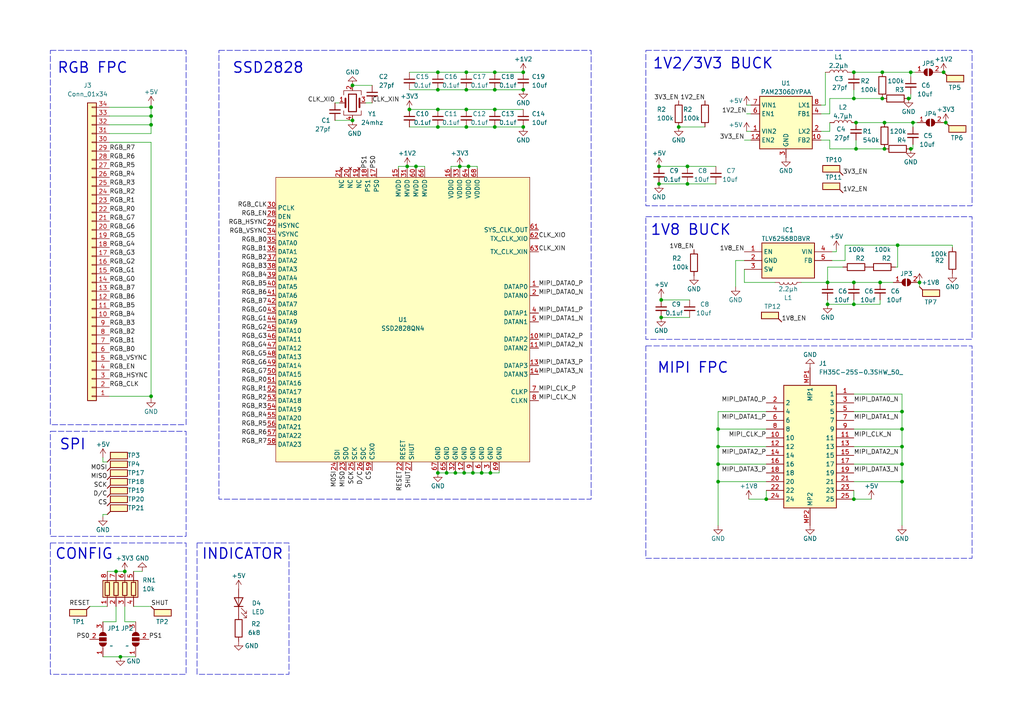
<source format=kicad_sch>
(kicad_sch (version 20230121) (generator eeschema)
  (paper "A4")
  (lib_symbols
    (symbol "+5V_1" (power) (pin_names (offset 0))
      (property "Value" "+5V_1" (at 0 3.556 0))
      (symbol "+5V_1_1_1"
        (pin power_in line (at 0 0 90) (length 0) hide (name "+5V") (number "1"))
      )
    )
    (symbol "Connector:TestPoint_Flag" (pin_numbers hide) (pin_names (offset 0.762) hide)
      (property "Reference" "TP" (at 3.429 1.778 0))
      (property "Value" "TestPoint_Flag" (at 3.302 4.191 0))
      (symbol "TestPoint_Flag_1_1"
        (pin passive line (at 0 0 90) (length 0) (name "1") (number "1"))
      )
    )
    (symbol "Connector_Generic:Conn_01x34" (pin_names (offset 1.016) hide)
      (property "Reference" "J" (at 0 43.18 0))
      (property "Value" "Conn_01x34" (at 0 -45.72 0))
      (symbol "Conn_01x34_1_1"
        (pin passive line (at -5.08 40.64 0) (length 3.81) (name "Pin_1") (number "1"))
        (pin passive line (at -5.08 17.78 0) (length 3.81) (name "Pin_10") (number "10"))
        (pin passive line (at -5.08 15.24 0) (length 3.81) (name "Pin_11") (number "11"))
        (pin passive line (at -5.08 12.7 0) (length 3.81) (name "Pin_12") (number "12"))
        (pin passive line (at -5.08 10.16 0) (length 3.81) (name "Pin_13") (number "13"))
        (pin passive line (at -5.08 7.62 0) (length 3.81) (name "Pin_14") (number "14"))
        (pin passive line (at -5.08 5.08 0) (length 3.81) (name "Pin_15") (number "15"))
        (pin passive line (at -5.08 2.54 0) (length 3.81) (name "Pin_16") (number "16"))
        (pin passive line (at -5.08 0 0) (length 3.81) (name "Pin_17") (number "17"))
        (pin passive line (at -5.08 -2.54 0) (length 3.81) (name "Pin_18") (number "18"))
        (pin passive line (at -5.08 -5.08 0) (length 3.81) (name "Pin_19") (number "19"))
        (pin passive line (at -5.08 38.1 0) (length 3.81) (name "Pin_2") (number "2"))
        (pin passive line (at -5.08 -7.62 0) (length 3.81) (name "Pin_20") (number "20"))
        (pin passive line (at -5.08 -10.16 0) (length 3.81) (name "Pin_21") (number "21"))
        (pin passive line (at -5.08 -12.7 0) (length 3.81) (name "Pin_22") (number "22"))
        (pin passive line (at -5.08 -15.24 0) (length 3.81) (name "Pin_23") (number "23"))
        (pin passive line (at -5.08 -17.78 0) (length 3.81) (name "Pin_24") (number "24"))
        (pin passive line (at -5.08 -20.32 0) (length 3.81) (name "Pin_25") (number "25"))
        (pin passive line (at -5.08 -22.86 0) (length 3.81) (name "Pin_26") (number "26"))
        (pin passive line (at -5.08 -25.4 0) (length 3.81) (name "Pin_27") (number "27"))
        (pin passive line (at -5.08 -27.94 0) (length 3.81) (name "Pin_28") (number "28"))
        (pin passive line (at -5.08 -30.48 0) (length 3.81) (name "Pin_29") (number "29"))
        (pin passive line (at -5.08 35.56 0) (length 3.81) (name "Pin_3") (number "3"))
        (pin passive line (at -5.08 -33.02 0) (length 3.81) (name "Pin_30") (number "30"))
        (pin passive line (at -5.08 -35.56 0) (length 3.81) (name "Pin_31") (number "31"))
        (pin passive line (at -5.08 -38.1 0) (length 3.81) (name "Pin_32") (number "32"))
        (pin passive line (at -5.08 -40.64 0) (length 3.81) (name "Pin_33") (number "33"))
        (pin passive line (at -5.08 -43.18 0) (length 3.81) (name "Pin_34") (number "34"))
        (pin passive line (at -5.08 33.02 0) (length 3.81) (name "Pin_4") (number "4"))
        (pin passive line (at -5.08 30.48 0) (length 3.81) (name "Pin_5") (number "5"))
        (pin passive line (at -5.08 27.94 0) (length 3.81) (name "Pin_6") (number "6"))
        (pin passive line (at -5.08 25.4 0) (length 3.81) (name "Pin_7") (number "7"))
        (pin passive line (at -5.08 22.86 0) (length 3.81) (name "Pin_8") (number "8"))
        (pin passive line (at -5.08 20.32 0) (length 3.81) (name "Pin_9") (number "9"))
      )
    )
    (symbol "Device:C_Small" (pin_numbers hide) (pin_names (offset 0.254) hide)
      (property "Reference" "C" (at 0.254 1.778 0))
      (property "Value" "C_Small" (at 0.254 -2.032 0))
      (symbol "C_Small_1_1"
        (pin passive line (at 0 2.54 270) (length 2.032) (name "~") (number "1"))
        (pin passive line (at 0 -2.54 90) (length 2.032) (name "~") (number "2"))
      )
    )
    (symbol "Device:Crystal_GND24" (pin_names (offset 1.016) hide)
      (property "Reference" "Y" (at 3.175 5.08 0))
      (property "Value" "Crystal_GND24" (at 3.175 3.175 0))
      (symbol "Crystal_GND24_1_1"
        (pin passive line (at -3.81 0 0) (length 1.27) (name "1") (number "1"))
        (pin passive line (at 0 5.08 270) (length 1.27) (name "2") (number "2"))
        (pin passive line (at 3.81 0 180) (length 1.27) (name "3") (number "3"))
        (pin passive line (at 0 -5.08 90) (length 1.27) (name "4") (number "4"))
      )
    )
    (symbol "Device:L" (pin_numbers hide) (pin_names (offset 1.016) hide)
      (property "Reference" "L" (at -1.27 0 90))
      (property "Value" "L" (at 1.905 0 90))
      (symbol "L_1_1"
        (pin passive line (at 0 3.81 270) (length 1.27) (name "1") (number "1"))
        (pin passive line (at 0 -3.81 90) (length 1.27) (name "2") (number "2"))
      )
    )
    (symbol "Device:LED" (pin_numbers hide) (pin_names (offset 1.016) hide)
      (property "Reference" "D" (at 0 2.54 0))
      (property "Value" "LED" (at 0 -2.54 0))
      (symbol "LED_1_1"
        (pin passive line (at -3.81 0 0) (length 2.54) (name "K") (number "1"))
        (pin passive line (at 3.81 0 180) (length 2.54) (name "A") (number "2"))
      )
    )
    (symbol "Device:R" (pin_numbers hide) (pin_names (offset 0))
      (property "Reference" "R" (at 2.032 0 90))
      (property "Value" "R" (at 0 0 90))
      (symbol "R_1_1"
        (pin passive line (at 0 3.81 270) (length 1.27) (name "~") (number "1"))
        (pin passive line (at 0 -3.81 90) (length 1.27) (name "~") (number "2"))
      )
    )
    (symbol "Device:R_Pack04" (pin_names (offset 0) hide)
      (property "Reference" "RN" (at -7.62 0 90))
      (property "Value" "R_Pack04" (at 5.08 0 90))
      (symbol "R_Pack04_1_1"
        (pin passive line (at -5.08 -5.08 90) (length 2.54) (name "R1.1") (number "1"))
        (pin passive line (at -2.54 -5.08 90) (length 2.54) (name "R2.1") (number "2"))
        (pin passive line (at 0 -5.08 90) (length 2.54) (name "R3.1") (number "3"))
        (pin passive line (at 2.54 -5.08 90) (length 2.54) (name "R4.1") (number "4"))
        (pin passive line (at 2.54 5.08 270) (length 2.54) (name "R4.2") (number "5"))
        (pin passive line (at 0 5.08 270) (length 2.54) (name "R3.2") (number "6"))
        (pin passive line (at -2.54 5.08 270) (length 2.54) (name "R2.2") (number "7"))
        (pin passive line (at -5.08 5.08 270) (length 2.54) (name "R1.2") (number "8"))
      )
    )
    (symbol "GND_1" (power) (pin_names (offset 0))
      (property "Value" "GND_1" (at 0 -3.81 0))
      (symbol "GND_1_1_1"
        (pin power_in line (at 0 0 270) (length 0) hide (name "GND") (number "1"))
      )
    )
    (symbol "GND_2" (power) (pin_names (offset 0))
      (property "Value" "GND_2" (at 0 -3.81 0))
      (symbol "GND_2_1_1"
        (pin power_in line (at 0 0 270) (length 0) hide (name "GND") (number "1"))
      )
    )
    (symbol "GND_3" (power) (pin_names (offset 0))
      (property "Value" "GND_3" (at 0 -3.81 0))
      (symbol "GND_3_1_1"
        (pin power_in line (at 0 0 270) (length 0) hide (name "GND") (number "1"))
      )
    )
    (symbol "Jumper:SolderJumper_2_Open" (pin_names (offset 0) hide)
      (property "Reference" "JP" (at 0 2.032 0))
      (property "Value" "SolderJumper_2_Open" (at 0 -2.54 0))
      (symbol "SolderJumper_2_Open_1_1"
        (pin passive line (at -3.81 0 0) (length 2.54) (name "A") (number "1"))
        (pin passive line (at 3.81 0 180) (length 2.54) (name "B") (number "2"))
      )
    )
    (symbol "Jumper:SolderJumper_3_Open" (pin_names (offset 0) hide)
      (property "Reference" "JP" (at -2.54 -2.54 0))
      (property "Value" "SolderJumper_3_Open" (at 0 2.794 0))
      (symbol "SolderJumper_3_Open_1_1"
        (pin passive line (at -5.08 0 0) (length 2.54) (name "A") (number "1"))
        (pin passive line (at 0 -3.81 90) (length 2.54) (name "C") (number "2"))
        (pin passive line (at 5.08 0 180) (length 2.54) (name "B") (number "3"))
      )
    )
    (symbol "Regulator_Switching:PAM2306DYPAA"
      (property "Reference" "U" (at 0 11.43 0))
      (property "Value" "PAM2306DYPAA" (at 0 8.89 0))
      (symbol "PAM2306DYPAA_1_1"
        (pin power_in line (at -10.16 -2.54 0) (length 2.54) (name "VIN2") (number "1"))
        (pin input line (at 10.16 -5.08 180) (length 2.54) (name "FB2") (number "10"))
        (pin no_connect line (at 7.62 0 180) (length 2.54) hide (name "NC2") (number "11"))
        (pin input line (at -10.16 -5.08 0) (length 2.54) (name "EN2") (number "12"))
        (pin passive line (at 0 -10.16 90) (length 2.54) hide (name "GND") (number "13"))
        (pin output line (at 10.16 -2.54 180) (length 2.54) (name "LX2") (number "2"))
        (pin power_in line (at 0 -10.16 90) (length 2.54) (name "GND") (number "3"))
        (pin input line (at 10.16 2.54 180) (length 2.54) (name "FB1") (number "4"))
        (pin no_connect line (at -7.62 0 0) (length 2.54) hide (name "NC1") (number "5"))
        (pin input line (at -10.16 2.54 0) (length 2.54) (name "EN1") (number "6"))
        (pin power_in line (at -10.16 5.08 0) (length 2.54) (name "VIN1") (number "7"))
        (pin output line (at 10.16 5.08 180) (length 2.54) (name "LX1") (number "8"))
        (pin passive line (at 0 -10.16 90) (length 2.54) hide (name "GND") (number "9"))
      )
    )
    (symbol "SamacSys_Parts:FH35C-25S-0.3SHW_50_"
      (property "Reference" "J" (at 41.91 12.7 0))
      (property "Value" "FH35C-25S-0.3SHW_50_" (at 41.91 10.16 0))
      (symbol "FH35C-25S-0.3SHW_50__1_1"
        (pin passive line (at 38.1 -12.7 90) (length 5.08) (name "1") (number "1"))
        (pin passive line (at 25.4 12.7 270) (length 5.08) (name "10") (number "10"))
        (pin passive line (at 25.4 -12.7 90) (length 5.08) (name "11") (number "11"))
        (pin passive line (at 22.86 12.7 270) (length 5.08) (name "12") (number "12"))
        (pin passive line (at 22.86 -12.7 90) (length 5.08) (name "13") (number "13"))
        (pin passive line (at 20.32 12.7 270) (length 5.08) (name "14") (number "14"))
        (pin passive line (at 20.32 -12.7 90) (length 5.08) (name "15") (number "15"))
        (pin passive line (at 17.78 12.7 270) (length 5.08) (name "16") (number "16"))
        (pin passive line (at 17.78 -12.7 90) (length 5.08) (name "17") (number "17"))
        (pin passive line (at 15.24 12.7 270) (length 5.08) (name "18") (number "18"))
        (pin passive line (at 15.24 -12.7 90) (length 5.08) (name "19") (number "19"))
        (pin passive line (at 35.56 12.7 270) (length 5.08) (name "2") (number "2"))
        (pin passive line (at 12.7 12.7 270) (length 5.08) (name "20") (number "20"))
        (pin passive line (at 12.7 -12.7 90) (length 5.08) (name "21") (number "21"))
        (pin passive line (at 10.16 12.7 270) (length 5.08) (name "22") (number "22"))
        (pin passive line (at 10.16 -12.7 90) (length 5.08) (name "23") (number "23"))
        (pin passive line (at 7.62 12.7 270) (length 5.08) (name "24") (number "24"))
        (pin passive line (at 7.62 -12.7 90) (length 5.08) (name "25") (number "25"))
        (pin passive line (at 35.56 -12.7 90) (length 5.08) (name "3") (number "3"))
        (pin passive line (at 33.02 12.7 270) (length 5.08) (name "4") (number "4"))
        (pin passive line (at 33.02 -12.7 90) (length 5.08) (name "5") (number "5"))
        (pin passive line (at 30.48 12.7 270) (length 5.08) (name "6") (number "6"))
        (pin passive line (at 30.48 -12.7 90) (length 5.08) (name "7") (number "7"))
        (pin passive line (at 27.94 12.7 270) (length 5.08) (name "8") (number "8"))
        (pin passive line (at 27.94 -12.7 90) (length 5.08) (name "9") (number "9"))
        (pin passive line (at 45.72 0 180) (length 5.08) (name "MP1") (number "MP1"))
        (pin passive line (at 0 0 0) (length 5.08) (name "MP2") (number "MP2"))
      )
    )
    (symbol "SamacSys_Parts:TLV62568DBVR"
      (property "Reference" "IC" (at 21.59 7.62 0))
      (property "Value" "TLV62568DBVR" (at 21.59 5.08 0))
      (symbol "TLV62568DBVR_1_1"
        (pin passive line (at 0 0 0) (length 5.08) (name "EN") (number "1"))
        (pin passive line (at 0 -2.54 0) (length 5.08) (name "GND") (number "2"))
        (pin passive line (at 0 -5.08 0) (length 5.08) (name "SW") (number "3"))
        (pin passive line (at 25.4 0 180) (length 5.08) (name "VIN") (number "4"))
        (pin passive line (at 25.4 -2.54 180) (length 5.08) (name "FB") (number "5"))
      )
    )
    (symbol "power:+1V2" (power) (pin_names (offset 0))
      (property "Value" "+1V2" (at 0 3.556 0))
      (symbol "+1V2_1_1"
        (pin power_in line (at 0 0 90) (length 0) hide (name "+1V2") (number "1"))
      )
    )
    (symbol "power:+1V8" (power) (pin_names (offset 0))
      (property "Value" "+1V8" (at 0 3.556 0))
      (symbol "+1V8_1_1"
        (pin power_in line (at 0 0 90) (length 0) hide (name "+1V8") (number "1"))
      )
    )
    (symbol "power:+3V3" (power) (pin_names (offset 0))
      (property "Value" "+3V3" (at 0 3.556 0))
      (symbol "+3V3_1_1"
        (pin power_in line (at 0 0 90) (length 0) hide (name "+3V3") (number "1"))
      )
    )
    (symbol "power:+5V" (power) (pin_names (offset 0))
      (property "Value" "+5V" (at 0 3.556 0))
      (symbol "+5V_1_1"
        (pin power_in line (at 0 0 90) (length 0) hide (name "+5V") (number "1"))
      )
    )
    (symbol "ssd2828:SSD2828QN4"
      (property "Reference" "U" (at 1.27 3.81 0))
      (property "Value" "SSD2828QN4" (at 1.27 1.27 0))
      (symbol "SSD2828QN4_1_1"
        (pin output line (at 39.37 10.16 180) (length 2.54) (name "DATAP0") (number "1"))
        (pin output line (at 39.37 -5.08 180) (length 2.54) (name "DATAP2") (number "10"))
        (pin output line (at 39.37 -7.62 180) (length 2.54) (name "DATAN2") (number "11"))
        (pin output line (at 17.78 -43.18 90) (length 2.54) (name "GND") (number "12"))
        (pin output line (at 39.37 -12.7 180) (length 2.54) (name "DATAP3") (number "13"))
        (pin output line (at 39.37 -15.24 180) (length 2.54) (name "DATAN3") (number "14"))
        (pin output line (at -1.27 44.45 270) (length 2.54) (name "MVDD") (number "15"))
        (pin output line (at 13.97 44.45 270) (length 2.54) (name "VDDIO") (number "16"))
        (pin output line (at -7.62 44.45 270) (length 2.54) (name "PS0") (number "17"))
        (pin output line (at -10.16 44.45 270) (length 2.54) (name "PS1") (number "18"))
        (pin no_connect line (at -12.7 44.45 270) (length 2.54) (name "NC") (number "19"))
        (pin output line (at 39.37 7.62 180) (length 2.54) (name "DATAN0") (number "2"))
        (pin no_connect line (at -15.24 44.45 270) (length 2.54) (name "NC") (number "20"))
        (pin no_connect line (at -17.78 44.45 270) (length 2.54) (name "NC") (number "21"))
        (pin output line (at 0 -43.18 90) (length 2.54) (name "RESET") (number "22"))
        (pin output line (at -16.51 -43.18 90) (length 2.54) (name "SDO") (number "23"))
        (pin output line (at -19.05 -43.18 90) (length 2.54) (name "SDI") (number "24"))
        (pin output line (at -13.97 -43.18 90) (length 2.54) (name "SCK") (number "25"))
        (pin output line (at -11.43 -43.18 90) (length 2.54) (name "SDC") (number "26"))
        (pin output line (at 2.54 -43.18 90) (length 2.54) (name "SHUT") (number "27"))
        (pin input line (at -39.37 30.48 0) (length 2.54) (name "DEN") (number "28"))
        (pin input line (at -39.37 27.94 0) (length 2.54) (name "HSYNC") (number "29"))
        (pin output line (at 25.4 -43.18 90) (length 2.54) (name "GND") (number "3"))
        (pin input line (at -39.37 33.02 0) (length 2.54) (name "PCLK") (number "30"))
        (pin output line (at 1.27 44.45 270) (length 2.54) (name "MVDD") (number "31"))
        (pin output line (at 15.24 -43.18 90) (length 2.54) (name "GND") (number "32"))
        (pin output line (at 16.51 44.45 270) (length 2.54) (name "VDDIO") (number "33"))
        (pin input line (at -39.37 25.4 0) (length 2.54) (name "VSYNC") (number "34"))
        (pin input line (at -39.37 22.86 0) (length 2.54) (name "DATA0") (number "35"))
        (pin input line (at -39.37 20.32 0) (length 2.54) (name "DATA1") (number "36"))
        (pin input line (at -39.37 17.78 0) (length 2.54) (name "DATA2") (number "37"))
        (pin input line (at -39.37 15.24 0) (length 2.54) (name "DATA3") (number "38"))
        (pin input line (at -39.37 12.7 0) (length 2.54) (name "DATA4") (number "39"))
        (pin output line (at 39.37 2.54 180) (length 2.54) (name "DATAP1") (number "4"))
        (pin input line (at -39.37 10.16 0) (length 2.54) (name "DATA5") (number "40"))
        (pin input line (at -39.37 7.62 0) (length 2.54) (name "DATA6") (number "41"))
        (pin input line (at -39.37 5.08 0) (length 2.54) (name "DATA7") (number "42"))
        (pin input line (at -39.37 2.54 0) (length 2.54) (name "DATA8") (number "43"))
        (pin input line (at -39.37 0 0) (length 2.54) (name "DATA9") (number "44"))
        (pin input line (at -39.37 -2.54 0) (length 2.54) (name "DATA10") (number "45"))
        (pin input line (at -39.37 -5.08 0) (length 2.54) (name "DATA11") (number "46"))
        (pin input line (at -39.37 -7.62 0) (length 2.54) (name "DATA12") (number "47"))
        (pin input line (at -39.37 -10.16 0) (length 2.54) (name "DATA13") (number "48"))
        (pin input line (at -39.37 -12.7 0) (length 2.54) (name "DATA14") (number "49"))
        (pin output line (at 39.37 0 180) (length 2.54) (name "DATAN1") (number "5"))
        (pin input line (at -39.37 -15.24 0) (length 2.54) (name "DATA15") (number "50"))
        (pin input line (at -39.37 -17.78 0) (length 2.54) (name "DATA16") (number "51"))
        (pin input line (at -39.37 -20.32 0) (length 2.54) (name "DATA17") (number "52"))
        (pin input line (at -39.37 -22.86 0) (length 2.54) (name "DATA18") (number "53"))
        (pin input line (at -39.37 -25.4 0) (length 2.54) (name "DATA19") (number "54"))
        (pin input line (at -39.37 -27.94 0) (length 2.54) (name "DATA20") (number "55"))
        (pin input line (at -39.37 -30.48 0) (length 2.54) (name "DATA21") (number "56"))
        (pin input line (at -39.37 -33.02 0) (length 2.54) (name "DATA22") (number "57"))
        (pin input line (at -39.37 -35.56 0) (length 2.54) (name "DATA23") (number "58"))
        (pin output line (at -8.89 -43.18 90) (length 2.54) (name "CSX0") (number "59"))
        (pin output line (at 22.86 -43.18 90) (length 2.54) (name "GND") (number "6"))
        (pin output line (at 3.81 44.45 270) (length 2.54) (name "MVDD") (number "60"))
        (pin output line (at 39.37 26.67 180) (length 2.54) (name "SYS_CLK_OUT") (number "61"))
        (pin output line (at 39.37 24.13 180) (length 2.54) (name "TX_CLK_XIO") (number "62"))
        (pin output line (at 39.37 20.32 180) (length 2.54) (name "TX_CLK_XIN") (number "63"))
        (pin output line (at 19.05 44.45 270) (length 2.54) (name "VDDIO") (number "64"))
        (pin output line (at 12.7 -43.18 90) (length 2.54) (name "GND") (number "65"))
        (pin output line (at 6.35 44.45 270) (length 2.54) (name "MVDD") (number "66"))
        (pin output line (at 10.16 -43.18 90) (length 2.54) (name "GND") (number "67"))
        (pin output line (at 21.59 44.45 270) (length 2.54) (name "VDDIO") (number "68"))
        (pin output line (at 27.94 -43.18 90) (length 2.54) (name "GND") (number "69"))
        (pin output line (at 39.37 -20.32 180) (length 2.54) (name "CLKP") (number "7"))
        (pin output line (at 39.37 -22.86 180) (length 2.54) (name "CLKN") (number "8"))
        (pin output line (at 20.32 -43.18 90) (length 2.54) (name "GND") (number "9"))
      )
    )
  )
  (junction (at 102.235 24.765))
  (junction (at 135.89 48.26))
  (junction (at 143.51 36.83))
  (junction (at 248.285 43.18))
  (junction (at 143.51 20.955))
  (junction (at 102.235 34.925))
  (junction (at 261.62 124.46))
  (junction (at 255.905 20.955))
  (junction (at 135.255 36.83))
  (junction (at 151.765 36.83))
  (junction (at 199.39 48.26))
  (junction (at 151.765 20.955))
  (junction (at 36.195 165.735))
  (junction (at 240.03 81.915))
  (junction (at 134.62 137.16))
  (junction (at 132.08 137.16))
  (junction (at 43.815 31.115))
  (junction (at 196.85 36.83))
  (junction (at 264.795 35.56))
  (junction (at 191.135 48.26))
  (junction (at 133.35 48.26))
  (junction (at 127 36.83))
  (junction (at 222.25 144.78))
  (junction (at 118.745 31.75))
  (junction (at 255.27 81.915))
  (junction (at 247.65 81.915))
  (junction (at 240.03 88.265))
  (junction (at 266.7 81.915))
  (junction (at 248.285 35.56))
  (junction (at 43.815 114.935))
  (junction (at 264.16 20.955))
  (junction (at 191.77 86.995))
  (junction (at 143.51 31.75))
  (junction (at 274.32 35.56))
  (junction (at 255.905 28.575))
  (junction (at 127 137.16))
  (junction (at 43.815 36.195))
  (junction (at 127 31.75))
  (junction (at 256.54 43.18))
  (junction (at 261.62 119.38))
  (junction (at 191.77 92.075))
  (junction (at 135.255 26.035))
  (junction (at 135.255 20.955))
  (junction (at 261.62 129.54))
  (junction (at 260.35 71.12))
  (junction (at 264.16 43.18))
  (junction (at 208.28 134.62))
  (junction (at 129.54 137.16))
  (junction (at 139.7 137.16))
  (junction (at 208.28 139.7))
  (junction (at 273.685 20.955))
  (junction (at 247.65 20.955))
  (junction (at 118.11 48.26))
  (junction (at 43.815 33.655))
  (junction (at 127 26.035))
  (junction (at 199.39 53.34))
  (junction (at 247.65 144.78))
  (junction (at 135.255 31.75))
  (junction (at 263.525 28.575))
  (junction (at 142.24 137.16))
  (junction (at 143.51 26.035))
  (junction (at 247.65 88.265))
  (junction (at 208.28 124.46))
  (junction (at 120.65 48.26))
  (junction (at 151.765 26.035))
  (junction (at 256.54 35.56))
  (junction (at 247.65 28.575))
  (junction (at 261.62 134.62))
  (junction (at 261.62 139.7))
  (junction (at 191.135 53.34))
  (junction (at 34.925 190.5))
  (junction (at 33.655 165.735))
  (junction (at 208.28 129.54))
  (junction (at 127 20.955))
  (junction (at 137.16 137.16))
  (wire (pts (xy 143.51 36.83) (xy 151.765 36.83)))
  (wire (pts (xy 135.255 31.75) (xy 127 31.75)))
  (wire (pts (xy 247.65 26.035) (xy 247.65 28.575)))
  (wire (pts (xy 130.81 48.26) (xy 133.35 48.26)))
  (wire (pts (xy 133.35 48.26) (xy 135.89 48.26)))
  (wire (pts (xy 26.035 175.895) (xy 31.115 175.895)))
  (wire (pts (xy 242.57 73.025) (xy 241.3 73.025)))
  (wire (pts (xy 142.24 136.525) (xy 142.24 137.16)))
  (wire (pts (xy 248.285 43.18) (xy 256.54 43.18)))
  (wire (pts (xy 208.28 124.46) (xy 222.25 124.46)))
  (wire (pts (xy 118.745 26.035) (xy 127 26.035)))
  (wire (pts (xy 266.7 83.185) (xy 266.7 81.915)))
  (wire (pts (xy 135.89 48.26) (xy 138.43 48.26)))
  (wire (pts (xy 139.7 136.525) (xy 139.7 137.16)))
  (wire (pts (xy 29.845 149.225) (xy 29.845 149.86)))
  (wire (pts (xy 123.19 48.26) (xy 123.19 48.895)))
  (wire (pts (xy 38.735 175.895) (xy 43.815 175.895)))
  (wire (pts (xy 213.36 75.565) (xy 213.36 83.185)))
  (wire (pts (xy 255.27 81.915) (xy 259.08 81.915)))
  (wire (pts (xy 135.255 26.035) (xy 143.51 26.035)))
  (wire (pts (xy 216.535 30.48) (xy 217.805 30.48)))
  (wire (pts (xy 196.85 36.83) (xy 204.47 36.83)))
  (wire (pts (xy 248.285 40.64) (xy 248.285 43.18)))
  (wire (pts (xy 138.43 48.26) (xy 138.43 48.895)))
  (wire (pts (xy 135.89 48.26) (xy 135.89 48.895)))
  (wire (pts (xy 255.905 20.955) (xy 264.16 20.955)))
  (wire (pts (xy 36.195 180.34) (xy 36.195 175.895)))
  (wire (pts (xy 247.65 134.62) (xy 261.62 134.62)))
  (wire (pts (xy 41.275 165.735) (xy 38.735 165.735)))
  (wire (pts (xy 143.51 26.035) (xy 151.765 26.035)))
  (wire (pts (xy 216.535 33.02) (xy 217.805 33.02)))
  (wire (pts (xy 247.015 20.955) (xy 247.65 20.955)))
  (wire (pts (xy 240.03 81.915) (xy 247.65 81.915)))
  (wire (pts (xy 247.65 124.46) (xy 261.62 124.46)))
  (wire (pts (xy 261.62 134.62) (xy 261.62 139.7)))
  (wire (pts (xy 31.115 165.735) (xy 33.655 165.735)))
  (wire (pts (xy 199.39 53.34) (xy 207.645 53.34)))
  (wire (pts (xy 208.28 129.54) (xy 222.25 129.54)))
  (wire (pts (xy 31.75 36.195) (xy 43.815 36.195)))
  (wire (pts (xy 264.795 41.91) (xy 264.795 43.18)))
  (wire (pts (xy 222.25 119.38) (xy 208.28 119.38)))
  (wire (pts (xy 43.815 114.935) (xy 43.815 115.57)))
  (wire (pts (xy 247.65 28.575) (xy 255.905 28.575)))
  (wire (pts (xy 151.765 20.955) (xy 143.51 20.955)))
  (wire (pts (xy 240.665 33.02) (xy 240.665 28.575)))
  (wire (pts (xy 247.65 119.38) (xy 261.62 119.38)))
  (wire (pts (xy 261.62 119.38) (xy 261.62 124.46)))
  (wire (pts (xy 133.35 48.26) (xy 133.35 48.895)))
  (wire (pts (xy 33.655 165.735) (xy 36.195 165.735)))
  (wire (pts (xy 247.65 88.265) (xy 240.03 88.265)))
  (wire (pts (xy 199.39 48.26) (xy 207.645 48.26)))
  (wire (pts (xy 29.845 133.985) (xy 31.115 133.985)))
  (wire (pts (xy 97.155 29.845) (xy 98.425 29.845)))
  (wire (pts (xy 127 36.83) (xy 135.255 36.83)))
  (wire (pts (xy 242.57 72.39) (xy 242.57 73.025)))
  (wire (pts (xy 31.75 114.935) (xy 43.815 114.935)))
  (wire (pts (xy 238.125 38.1) (xy 240.665 38.1)))
  (wire (pts (xy 247.65 139.7) (xy 261.62 139.7)))
  (wire (pts (xy 273.685 35.56) (xy 274.32 35.56)))
  (wire (pts (xy 191.135 53.34) (xy 199.39 53.34)))
  (wire (pts (xy 240.665 38.1) (xy 240.665 35.56)))
  (wire (pts (xy 132.08 137.16) (xy 129.54 137.16)))
  (wire (pts (xy 127 26.035) (xy 135.255 26.035)))
  (wire (pts (xy 244.475 77.47) (xy 240.03 77.47)))
  (wire (pts (xy 248.285 35.56) (xy 256.54 35.56)))
  (wire (pts (xy 222.25 142.24) (xy 222.25 144.78)))
  (wire (pts (xy 276.225 71.12) (xy 276.225 71.755)))
  (wire (pts (xy 127 136.525) (xy 127 137.16)))
  (wire (pts (xy 134.62 136.525) (xy 134.62 137.16)))
  (wire (pts (xy 240.03 77.47) (xy 240.03 81.915)))
  (wire (pts (xy 264.795 36.83) (xy 264.795 35.56)))
  (wire (pts (xy 127 31.75) (xy 118.745 31.75)))
  (wire (pts (xy 191.77 92.075) (xy 200.025 92.075)))
  (wire (pts (xy 245.11 75.565) (xy 241.3 75.565)))
  (wire (pts (xy 240.665 43.18) (xy 248.285 43.18)))
  (wire (pts (xy 120.65 48.26) (xy 120.65 48.895)))
  (wire (pts (xy 129.54 136.525) (xy 129.54 137.16)))
  (wire (pts (xy 217.805 38.1) (xy 216.535 38.1)))
  (wire (pts (xy 261.62 139.7) (xy 261.62 152.4)))
  (wire (pts (xy 217.805 40.64) (xy 215.9 40.64)))
  (wire (pts (xy 239.395 30.48) (xy 238.125 30.48)))
  (wire (pts (xy 31.75 38.735) (xy 43.815 38.735)))
  (wire (pts (xy 43.815 31.115) (xy 43.815 30.48)))
  (wire (pts (xy 29.845 132.715) (xy 29.845 133.985)))
  (wire (pts (xy 106.045 29.845) (xy 107.95 29.845)))
  (wire (pts (xy 215.9 81.915) (xy 224.79 81.915)))
  (wire (pts (xy 260.35 71.12) (xy 276.225 71.12)))
  (wire (pts (xy 43.815 38.735) (xy 43.815 36.195)))
  (wire (pts (xy 247.65 81.915) (xy 255.27 81.915)))
  (wire (pts (xy 273.05 20.955) (xy 273.685 20.955)))
  (wire (pts (xy 43.815 33.655) (xy 43.815 31.115)))
  (wire (pts (xy 130.81 48.895) (xy 130.81 48.26)))
  (wire (pts (xy 39.37 180.34) (xy 36.195 180.34)))
  (wire (pts (xy 31.75 31.115) (xy 43.815 31.115)))
  (wire (pts (xy 232.41 81.915) (xy 240.03 81.915)))
  (wire (pts (xy 247.65 142.24) (xy 247.65 144.78)))
  (wire (pts (xy 29.845 180.34) (xy 33.655 180.34)))
  (wire (pts (xy 191.77 86.995) (xy 200.025 86.995)))
  (wire (pts (xy 135.255 36.83) (xy 143.51 36.83)))
  (wire (pts (xy 43.815 41.275) (xy 43.815 114.935)))
  (wire (pts (xy 247.65 129.54) (xy 261.62 129.54)))
  (wire (pts (xy 134.62 137.16) (xy 132.08 137.16)))
  (wire (pts (xy 129.54 137.16) (xy 127 137.16)))
  (wire (pts (xy 245.11 71.12) (xy 245.11 75.565)))
  (wire (pts (xy 118.745 36.83) (xy 127 36.83)))
  (wire (pts (xy 217.17 144.78) (xy 222.25 144.78)))
  (wire (pts (xy 31.75 33.655) (xy 43.815 33.655)))
  (wire (pts (xy 238.125 40.64) (xy 240.665 40.64)))
  (wire (pts (xy 240.665 40.64) (xy 240.665 43.18)))
  (wire (pts (xy 120.65 48.26) (xy 123.19 48.26)))
  (wire (pts (xy 239.395 20.955) (xy 239.395 30.48)))
  (wire (pts (xy 208.28 124.46) (xy 208.28 129.54)))
  (wire (pts (xy 137.16 136.525) (xy 137.16 137.16)))
  (wire (pts (xy 264.16 27.305) (xy 264.16 28.575)))
  (wire (pts (xy 115.57 48.26) (xy 118.11 48.26)))
  (wire (pts (xy 247.65 86.995) (xy 247.65 88.265)))
  (wire (pts (xy 247.65 20.955) (xy 255.905 20.955)))
  (wire (pts (xy 102.235 24.765) (xy 107.95 24.765)))
  (wire (pts (xy 260.35 71.12) (xy 245.11 71.12)))
  (wire (pts (xy 143.51 20.955) (xy 135.255 20.955)))
  (wire (pts (xy 256.54 35.56) (xy 264.795 35.56)))
  (wire (pts (xy 115.57 48.895) (xy 115.57 48.26)))
  (wire (pts (xy 208.28 119.38) (xy 208.28 124.46)))
  (wire (pts (xy 261.62 119.38) (xy 261.62 114.3)))
  (wire (pts (xy 240.665 28.575) (xy 247.65 28.575)))
  (wire (pts (xy 240.03 88.265) (xy 240.03 86.995)))
  (wire (pts (xy 31.75 41.275) (xy 43.815 41.275)))
  (wire (pts (xy 97.155 34.925) (xy 102.235 34.925)))
  (wire (pts (xy 31.115 149.225) (xy 29.845 149.225)))
  (wire (pts (xy 135.255 20.955) (xy 127 20.955)))
  (wire (pts (xy 264.16 28.575) (xy 263.525 28.575)))
  (wire (pts (xy 255.27 86.995) (xy 255.27 88.265)))
  (wire (pts (xy 264.16 20.955) (xy 265.43 20.955)))
  (wire (pts (xy 264.16 22.225) (xy 264.16 20.955)))
  (wire (pts (xy 215.9 75.565) (xy 213.36 75.565)))
  (wire (pts (xy 191.135 48.26) (xy 199.39 48.26)))
  (wire (pts (xy 43.815 36.195) (xy 43.815 33.655)))
  (wire (pts (xy 127 20.955) (xy 118.745 20.955)))
  (wire (pts (xy 208.28 129.54) (xy 208.28 134.62)))
  (wire (pts (xy 208.28 139.7) (xy 208.28 152.4)))
  (wire (pts (xy 29.845 190.5) (xy 34.925 190.5)))
  (wire (pts (xy 144.78 137.16) (xy 142.24 137.16)))
  (wire (pts (xy 208.28 139.7) (xy 222.25 139.7)))
  (wire (pts (xy 34.925 190.5) (xy 39.37 190.5)))
  (wire (pts (xy 208.28 134.62) (xy 222.25 134.62)))
  (wire (pts (xy 238.125 33.02) (xy 240.665 33.02)))
  (wire (pts (xy 191.77 86.36) (xy 191.77 86.995)))
  (wire (pts (xy 255.27 88.265) (xy 247.65 88.265)))
  (wire (pts (xy 118.11 48.26) (xy 120.65 48.26)))
  (wire (pts (xy 151.765 31.75) (xy 143.51 31.75)))
  (wire (pts (xy 143.51 31.75) (xy 135.255 31.75)))
  (wire (pts (xy 208.28 134.62) (xy 208.28 139.7)))
  (wire (pts (xy 261.62 124.46) (xy 261.62 129.54)))
  (wire (pts (xy 259.715 77.47) (xy 260.35 77.47)))
  (wire (pts (xy 261.62 134.62) (xy 261.62 129.54)))
  (wire (pts (xy 118.11 48.26) (xy 118.11 48.895)))
  (wire (pts (xy 215.9 78.105) (xy 215.9 81.915)))
  (wire (pts (xy 264.795 35.56) (xy 266.065 35.56)))
  (wire (pts (xy 33.655 180.34) (xy 33.655 175.895)))
  (wire (pts (xy 144.78 136.525) (xy 144.78 137.16)))
  (wire (pts (xy 139.7 137.16) (xy 137.16 137.16)))
  (wire (pts (xy 137.16 137.16) (xy 134.62 137.16)))
  (wire (pts (xy 132.08 136.525) (xy 132.08 137.16)))
  (wire (pts (xy 264.795 43.18) (xy 264.16 43.18)))
  (wire (pts (xy 261.62 114.3) (xy 247.65 114.3)))
  (wire (pts (xy 142.24 137.16) (xy 139.7 137.16)))
  (wire (pts (xy 260.35 71.12) (xy 260.35 77.47)))
  (wire (pts (xy 247.65 144.78) (xy 252.73 144.78)))
  (rectangle (start 57.15 157.48) (end 83.82 195.58) (stroke (width 0) (type dash)))
  (rectangle (start 63.5 14.605) (end 171.45 144.78) (stroke (width 0) (type dash)))
  (rectangle (start 187.325 100.33) (end 281.94 161.925) (stroke (width 0) (type dash)))
  (rectangle (start 14.605 125.095) (end 53.975 155.575) (stroke (width 0) (type dash)))
  (rectangle (start 187.325 14.605) (end 281.94 59.69) (stroke (width 0) (type dash)))
  (rectangle (start 187.325 62.865) (end 281.94 98.425) (stroke (width 0) (type dash)))
  (rectangle (start 14.605 157.48) (end 53.975 195.58) (stroke (width 0) (type dash)))
  (rectangle (start 14.605 14.605) (end 53.975 123.19) (stroke (width 0) (type dash)))
  (text "CONFIG" (at 15.875 162.56 0) (effects (font (size 3.048 3.048) (thickness 0.3556) bold) (justify left bottom)))
  (text "1V2/3V3 BUCK" (at 189.23 20.32 0) (effects (font (size 3.048 3.048) (thickness 0.3556) bold) (justify left bottom)))
  (text "SPI" (at 17.145 130.81 0) (effects (font (size 3.048 3.048) (thickness 0.3556) bold) (justify left bottom)))
  (text "MIPI FPC" (at 190.5 108.585 0) (effects (font (size 3.048 3.048) (thickness 0.3556) bold) (justify left bottom)))
  (text "SSD2828" (at 67.31 21.59 0) (effects (font (size 3.048 3.048) (thickness 0.3556) bold) (justify left bottom)))
  (text "1V8 BUCK" (at 188.595 68.58 0) (effects (font (size 3.048 3.048) (thickness 0.3556) bold) (justify left bottom)))
  (text "INDICATOR" (at 58.42 162.56 0) (effects (font (size 3.048 3.048) (thickness 0.3556) bold) (justify left bottom)))
  (text "RGB FPC" (at 16.51 21.59 0) (effects (font (size 3.048 3.048) (thickness 0.3556) bold) (justify left bottom)))
  (label "MIPI_DATA2_N" (at 247.65 132.08 0))
  (label "MIPI_DATA1_P" (at 222.25 121.92 180))
  (label "MIPI_DATA1_N" (at 247.65 121.92 0))
  (label "MIPI_DATA3_P" (at 222.25 137.16 180))
  (label "RGB_R3" (at 77.47 118.745 180))
  (label "CS" (at 107.95 136.525 270))
  (label "RGB_B5" (at 77.47 83.185 180))
  (label "CLK_XIN" (at 156.21 73.025 0))
  (label "RGB_R6" (at 77.47 126.365 180))
  (label "RGB_G3" (at 31.75 74.295 0))
  (label "RGB_G2" (at 31.75 76.835 0))
  (label "CS" (at 31.115 146.685 180))
  (label "1V2_EN" (at 204.47 29.21 180))
  (label "RGB_B7" (at 31.75 84.455 0))
  (label "CLK_XIO" (at 97.155 29.845 180))
  (label "RGB_R2" (at 31.75 56.515 0))
  (label "SCK" (at 31.115 141.605 180))
  (label "MOSI" (at 97.79 136.525 270))
  (label "MIPI_DATA0_N" (at 156.21 85.725 0))
  (label "SCK" (at 102.87 136.525 270))
  (label "RGB_R0" (at 77.47 111.125 180))
  (label "RGB_B3" (at 77.47 78.105 180))
  (label "PS1" (at 106.68 48.895 90))
  (label "RGB_R5" (at 31.75 48.895 0))
  (label "MIPI_CLK_N" (at 156.21 116.205 0))
  (label "RGB_R4" (at 77.47 121.285 180))
  (label "RGB_G7" (at 31.75 64.135 0))
  (label "RGB_G1" (at 31.75 79.375 0))
  (label "MIPI_CLK_P" (at 156.21 113.665 0))
  (label "RGB_CLK" (at 31.75 112.395 0))
  (label "RGB_G1" (at 77.47 93.345 180))
  (label "1V2_EN" (at 216.535 33.02 180))
  (label "RGB_VSYNC" (at 31.75 104.775 0))
  (label "MIPI_DATA0_P" (at 156.21 83.185 0))
  (label "RGB_B2" (at 77.47 75.565 180))
  (label "RGB_G3" (at 77.47 98.425 180))
  (label "RGB_G4" (at 31.75 71.755 0))
  (label "RGB_G2" (at 77.47 95.885 180))
  (label "RGB_B4" (at 31.75 92.075 0))
  (label "RGB_B0" (at 77.47 70.485 180))
  (label "RGB_R7" (at 77.47 128.905 180))
  (label "1V8_EN" (at 215.9 73.025 180))
  (label "RGB_B3" (at 31.75 94.615 0))
  (label "RGB_B1" (at 77.47 73.025 180))
  (label "RGB_G0" (at 31.75 81.915 0))
  (label "SHUT" (at 43.815 175.895 0))
  (label "RGB_G5" (at 77.47 103.505 180))
  (label "MIPI_DATA0_N" (at 247.65 116.84 0))
  (label "RGB_VSYNC" (at 77.47 67.945 180))
  (label "RGB_G5" (at 31.75 69.215 0))
  (label "D{slash}C" (at 31.115 144.145 180))
  (label "RGB_G4" (at 77.47 100.965 180))
  (label "MIPI_DATA3_P" (at 156.21 106.045 0))
  (label "PS0" (at 109.22 48.895 90))
  (label "RGB_R7" (at 31.75 43.815 0))
  (label "PS0" (at 26.035 185.42 180))
  (label "RGB_R3" (at 31.75 53.975 0))
  (label "PS1" (at 43.18 185.42 0))
  (label "RGB_B4" (at 77.47 80.645 180))
  (label "RGB_EN" (at 77.47 62.865 180))
  (label "CLK_XIN" (at 107.95 29.845 0))
  (label "RGB_B6" (at 31.75 86.995 0))
  (label "RGB_R5" (at 77.47 123.825 180))
  (label "3V3_EN" (at 244.475 50.8 0))
  (label "RGB_G6" (at 77.47 106.045 180))
  (label "MISO" (at 31.115 139.065 180))
  (label "MIPI_CLK_P" (at 222.25 127 180))
  (label "RGB_R6" (at 31.75 46.355 0))
  (label "MISO" (at 100.33 136.525 270))
  (label "RESET" (at 26.035 175.895 180))
  (label "D{slash}C" (at 105.41 136.525 270))
  (label "MIPI_DATA1_N" (at 156.21 93.345 0))
  (label "RGB_B7" (at 77.47 88.265 180))
  (label "3V3_EN" (at 215.9 40.64 180))
  (label "MIPI_DATA0_P" (at 222.25 116.84 180))
  (label "RGB_G6" (at 31.75 66.675 0))
  (label "1V2_EN" (at 244.475 55.88 0))
  (label "RESET" (at 116.84 136.525 270))
  (label "RGB_G7" (at 77.47 108.585 180))
  (label "RGB_B6" (at 77.47 85.725 180))
  (label "RGB_R1" (at 31.75 59.055 0))
  (label "1V8_EN" (at 226.695 93.345 0))
  (label "RGB_B0" (at 31.75 102.235 0))
  (label "MIPI_DATA2_P" (at 222.25 132.08 180))
  (label "RGB_HSYNC" (at 77.47 65.405 180))
  (label "RGB_B2" (at 31.75 97.155 0))
  (label "CLK_XIO" (at 156.21 69.215 0))
  (label "1V8_EN" (at 201.295 72.39 180))
  (label "MIPI_DATA1_P" (at 156.21 90.805 0))
  (label "MIPI_CLK_N" (at 247.65 127 0))
  (label "RGB_CLK" (at 77.47 60.325 180))
  (label "RGB_R4" (at 31.75 51.435 0))
  (label "RGB_B1" (at 31.75 99.695 0))
  (label "MIPI_DATA2_P" (at 156.21 98.425 0))
  (label "RGB_G0" (at 77.47 90.805 180))
  (label "RGB_R1" (at 77.47 113.665 180))
  (label "RGB_B5" (at 31.75 89.535 0))
  (label "RGB_R0" (at 31.75 61.595 0))
  (label "RGB_R2" (at 77.47 116.205 180))
  (label "MOSI" (at 31.115 136.525 180))
  (label "MIPI_DATA3_N" (at 156.21 108.585 0))
  (label "3V3_EN" (at 196.85 29.21 180))
  (label "RGB_EN" (at 31.75 107.315 0))
  (label "SHUT" (at 119.38 136.525 270))
  (label "MIPI_DATA2_N" (at 156.21 100.965 0))
  (label "MIPI_DATA3_N" (at 247.65 137.16 0))
  (label "RGB_HSYNC" (at 31.75 109.855 0))
  (symbol (lib_id "Device:C_Small") (at 247.65 23.495 0) (unit 1)
    (property "Reference" "C3" (at 241.935 22.86 0) (effects (justify left)))
    (property "Value" "27pf" (at 241.3 25.4 0) (effects (justify left)))
    (property "Footprint" "Capacitor_SMD:C_0603_1608Metric" (effects hide))
    (instances (project "ssd2828_board" (path "" (reference "C3") (unit 1)) (path "" (reference "C16") (unit 1))))
  )
  (symbol (lib_name "+5V_1") (lib_id "power:+5V") (at 252.73 144.78 0) (mirror y) (unit 1)
    (property "Reference" "#PWR04" (effects hide))
    (property "Value" "+5V" (at 252.73 140.97 0))
    (instances (project "ssd2828_board" (path "" (reference "#PWR04") (unit 1)) (path "" (reference "#PWR032") (unit 1))))
  )
  (symbol (lib_name "+5V_1") (lib_id "power:+5V") (at 216.535 38.1 0) (unit 1)
    (property "Reference" "#PWR04" (effects hide))
    (property "Value" "+5V" (at 213.36 36.195 0))
    (instances (project "ssd2828_board" (path "" (reference "#PWR04") (unit 1)) (path "" (reference "#PWR052") (unit 1))))
  )
  (symbol (lib_id "power:+3V3") (at 118.745 31.75 0) (unit 1)
    (property "Reference" "#PWR012" (effects hide))
    (property "Value" "+3V3" (at 118.745 27.94 0))
    (instances (project "ssd2828_board" (path "" (reference "#PWR012") (unit 1)) (path "" (reference "#PWR06") (unit 1))))
  )
  (symbol (lib_id "Jumper:SolderJumper_3_Open") (at 39.37 185.42 90) (unit 1)
    (property "Reference" "JP2" (at 38.735 182.245 90) (effects (justify left)))
    (property "Value" "~" (at 37.465 187.325 90) (effects (justify left)))
    (property "Footprint" "Jumper:SolderJumper-3_P1.3mm_Open_RoundedPad1.0x1.5mm" (effects hide))
  )
  (symbol (lib_id "Device:C_Small") (at 191.77 89.535 0) (mirror y) (unit 1)
    (property "Reference" "C9" (at 197.485 88.265 0) (effects (justify left)))
    (property "Value" "0.1uf" (at 198.12 90.805 0) (effects (justify left)))
    (property "Footprint" "Capacitor_SMD:C_0603_1608Metric" (effects hide))
    (instances (project "ssd2828_board" (path "" (reference "C9") (unit 1)) (path "" (reference "C23") (unit 1))))
  )
  (symbol (lib_id "Connector:TestPoint_Flag") (at 26.035 175.895 180) (unit 1)
    (property "Reference" "TP1" (at 20.955 180.34 0) (effects (justify right)))
    (property "Value" " " (at 27.94 179.197 0) (effects (justify right)))
    (property "Footprint" "TestPoint:TestPoint_Pad_1.0x1.0mm" (effects hide))
  )
  (symbol (lib_id "Connector:TestPoint_Flag") (at 43.815 175.895 0) (mirror x) (unit 1)
    (property "Reference" "TP2" (at 48.895 180.34 0) (effects (justify right)))
    (property "Value" " " (at 41.91 179.197 0) (effects (justify right)))
    (property "Footprint" "TestPoint:TestPoint_Pad_1.0x1.0mm" (effects hide))
  )
  (symbol (lib_id "Connector_Generic:Conn_01x34") (at 26.67 74.295 180) (unit 1)
    (property "Reference" "J3" (at 25.4 24.765 0))
    (property "Value" "Conn_01x34" (at 25.4 27.305 0))
    (property "Footprint" "Connector_FFC-FPC:FPC_34" (effects hide))
  )
  (symbol (lib_id "Jumper:SolderJumper_2_Open") (at 269.24 20.955 0) (unit 1)
    (property "Reference" "JP5" (at 269.24 18.415 0))
    (property "Value" "SolderJumper_2_Open" (effects hide))
    (property "Footprint" "Jumper:SolderJumper-2_P1.3mm_Open_Pad1.0x1.5mm" (effects hide))
  )
  (symbol (lib_name "GND_1") (lib_id "power:GND") (at 191.77 92.075 0) (unit 1)
    (property "Reference" "#PWR01" (effects hide))
    (property "Value" "GND" (at 191.77 95.885 0))
    (instances (project "ssd2828_board" (path "" (reference "#PWR01") (unit 1)) (path "" (reference "#PWR027") (unit 1))))
  )
  (symbol (lib_name "GND_1") (lib_id "power:GND") (at 264.16 43.18 0) (unit 1)
    (property "Reference" "#PWR06" (effects hide))
    (property "Value" "GND" (at 264.16 46.99 0))
    (instances (project "ssd2828_board" (path "" (reference "#PWR06") (unit 1)) (path "" (reference "#PWR012") (unit 1))))
  )
  (symbol (lib_id "Device:R") (at 255.905 77.47 90) (unit 1)
    (property "Reference" "R2" (at 258.445 74.93 90) (effects (justify left)))
    (property "Value" "100k" (at 258.445 72.39 90) (effects (justify left)))
    (property "Footprint" "Resistor_SMD:R_0603_1608Metric" (effects hide))
    (instances (project "ssd2828_board" (path "" (reference "R2") (unit 1)) (path "" (reference "R7") (unit 1))))
  )
  (symbol (lib_name "GND_1") (lib_id "power:GND") (at 29.845 149.86 0) (unit 1)
    (property "Reference" "#PWR014" (effects hide))
    (property "Value" "GND" (at 29.845 153.67 0))
    (instances (project "ssd2828_board" (path "" (reference "#PWR014") (unit 1)) (path "" (reference "#PWR033") (unit 1))))
  )
  (symbol (lib_id "Device:L") (at 243.205 20.955 90) (unit 1)
    (property "Reference" "L1" (at 243.205 16.51 90))
    (property "Value" "2.2μh" (at 243.205 19.05 90))
    (property "Footprint" "SamacSys_Parts:NRH2410T2R2MN" (effects hide))
  )
  (symbol (lib_id "Device:R") (at 204.47 33.02 0) (unit 1)
    (property "Reference" "R2" (at 198.12 31.75 0) (effects (justify left)))
    (property "Value" "100k" (at 198.12 34.29 0) (effects (justify left)))
    (property "Footprint" "Resistor_SMD:R_0603_1608Metric" (effects hide))
    (instances (project "ssd2828_board" (path "" (reference "R2") (unit 1)) (path "" (reference "R6") (unit 1))))
  )
  (symbol (lib_id "Device:C_Small") (at 127 34.29 0) (mirror y) (unit 1)
    (property "Reference" "C11" (at 132.715 33.02 0) (effects (justify left)))
    (property "Value" "0.1uf" (at 133.35 35.56 0) (effects (justify left)))
    (property "Footprint" "Capacitor_SMD:C_0603_1608Metric" (effects hide))
    (instances (project "ssd2828_board" (path "" (reference "C11") (unit 1)) (path "" (reference "C7") (unit 1))))
  )
  (symbol (lib_id "Device:L") (at 228.6 81.915 90) (mirror x) (unit 1)
    (property "Reference" "L1" (at 228.6 86.36 90))
    (property "Value" "2.2μh" (at 228.6 83.82 90))
    (property "Footprint" "SamacSys_Parts:NRH2410T2R2MN" (effects hide))
    (instances (project "ssd2828_board" (path "" (reference "L1") (unit 1)) (path "" (reference "L3") (unit 1))))
  )
  (symbol (lib_id "Device:L") (at 244.475 35.56 90) (unit 1)
    (property "Reference" "L2" (at 244.475 31.115 90))
    (property "Value" "4.7μh" (at 244.475 33.655 90))
    (property "Footprint" "SamacSys_Parts:NRS2012T4R7MGJ" (effects hide))
  )
  (symbol (lib_name "GND_1") (lib_id "power:GND") (at 263.525 28.575 0) (unit 1)
    (property "Reference" "#PWR05" (effects hide))
    (property "Value" "GND" (at 263.525 32.385 0))
    (instances (project "ssd2828_board" (path "" (reference "#PWR05") (unit 1)) (path "" (reference "#PWR011") (unit 1))))
  )
  (symbol (lib_name "GND_1") (lib_id "power:GND") (at 196.85 36.83 0) (unit 1)
    (property "Reference" "#PWR07" (effects hide))
    (property "Value" "GND" (at 196.85 40.64 0))
    (instances (project "ssd2828_board" (path "" (reference "#PWR07") (unit 1)) (path "" (reference "#PWR048") (unit 1))))
  )
  (symbol (lib_id "Device:Crystal_GND24") (at 102.235 29.845 0) (unit 1)
    (property "Reference" "Y1" (at 107.95 33.02 0))
    (property "Value" "24mhz" (at 107.95 35.56 0))
    (property "Footprint" "Crystal:Crystal_SMD_3225-4Pin_3.2x2.5mm" (effects hide))
  )
  (symbol (lib_id "SamacSys_Parts:TLV62568DBVR") (at 215.9 73.025 0) (unit 1)
    (property "Reference" "IC1" (at 228.6 66.675 0))
    (property "Value" "TLV62568DBVR" (at 227.965 69.215 0))
    (property "Footprint" "SamacSys_Parts:SOT95P280X145-5N" (effects hide))
    (property "Datasheet" "http://www.ti.com/lit/gpn/tlv62568" (effects hide))
    (property "Height" "1.45" (effects hide))
    (property "Mouser Part Number" "595-TLV62568DBVR" (effects hide))
    (property "Mouser Price/Stock" "https://www.mouser.co.uk/ProductDetail/Texas-Instruments/TLV62568DBVR?qs=0C8XhJW8e4pNapfrvkX1ow%3D%3D" (effects hide))
    (property "Manufacturer_Name" "Texas Instruments" (effects hide))
    (property "Manufacturer_Part_Number" "TLV62568DBVR" (effects hide))
  )
  (symbol (lib_name "GND_1") (lib_id "power:GND") (at 276.225 79.375 0) (unit 1)
    (property "Reference" "#PWR05" (effects hide))
    (property "Value" "GND" (at 276.225 83.185 0))
    (instances (project "ssd2828_board" (path "" (reference "#PWR05") (unit 1)) (path "" (reference "#PWR028") (unit 1))))
  )
  (symbol (lib_id "power:+3V3") (at 274.32 35.56 0) (unit 1)
    (property "Reference" "#PWR09" (effects hide))
    (property "Value" "+3V3" (at 274.32 31.75 0))
    (instances (project "ssd2828_board" (path "" (reference "#PWR09") (unit 1)) (path "" (reference "#PWR014") (unit 1))))
  )
  (symbol (lib_id "Device:C_Small") (at 264.16 24.765 0) (mirror y) (unit 1)
    (property "Reference" "C6" (at 269.875 24.765 0) (effects (justify left)))
    (property "Value" "10uf" (at 270.51 27.305 0) (effects (justify left)))
    (property "Footprint" "Capacitor_SMD:C_0603_1608Metric" (effects hide))
    (instances (project "ssd2828_board" (path "" (reference "C6") (unit 1)) (path "" (reference "C18") (unit 1))))
  )
  (symbol (lib_id "Device:C_Small") (at 199.39 50.8 0) (mirror y) (unit 1)
    (property "Reference" "C8" (at 205.105 49.53 0) (effects (justify left)))
    (property "Value" "10uf" (at 205.74 52.07 0) (effects (justify left)))
    (property "Footprint" "Capacitor_SMD:C_0603_1608Metric" (effects hide))
    (instances (project "ssd2828_board" (path "" (reference "C8") (unit 1)) (path "" (reference "C14") (unit 1))))
  )
  (symbol (lib_id "power:+5V") (at 29.845 132.715 0) (unit 1)
    (property "Reference" "#PWR016" (effects hide))
    (property "Value" "+5V" (at 29.845 128.905 0))
  )
  (symbol (lib_id "Connector:TestPoint_Flag") (at 31.115 141.605 0) (unit 1)
    (property "Reference" "TP18" (at 41.91 139.7 0) (effects (justify right)))
    (property "Value" " " (at 29.21 138.303 0) (effects (justify right)))
    (property "Footprint" "TestPoint:TestPoint_Pad_1.0x1.0mm" (effects hide))
  )
  (symbol (lib_id "Device:R") (at 69.215 182.245 180) (unit 1)
    (property "Reference" "R2" (at 75.565 180.975 0) (effects (justify left)))
    (property "Value" "6k8" (at 75.565 183.515 0) (effects (justify left)))
    (property "Footprint" "Resistor_SMD:R_0603_1608Metric" (effects hide))
    (instances (project "ssd2828_board" (path "" (reference "R2") (unit 1)) (path "" (reference "R11") (unit 1)) (path "" (reference "R14") (unit 1)) (path "" (reference "R22") (unit 1))))
  )
  (symbol (lib_id "Device:LED") (at 69.215 174.625 90) (unit 1)
    (property "Reference" "D4" (at 73.025 174.9425 90) (effects (justify right)))
    (property "Value" "LED" (at 73.025 177.4825 90) (effects (justify right)))
    (property "Footprint" "LED_SMD:LED_0805_2012Metric" (effects hide))
  )
  (symbol (lib_name "GND_3") (lib_id "power:GND") (at 34.925 190.5 0) (unit 1)
    (property "Reference" "#PWR03" (effects hide))
    (property "Value" "GND" (at 38.735 191.77 0))
    (instances (project "ssd2828_board" (path "" (reference "#PWR03") (unit 1)) (path "" (reference "#PWR030") (unit 1))))
  )
  (symbol (lib_id "Jumper:SolderJumper_2_Open") (at 262.89 81.915 0) (unit 1)
    (property "Reference" "JP3" (at 262.89 79.375 0))
    (property "Value" "SolderJumper_2_Open" (effects hide))
    (property "Footprint" "Jumper:SolderJumper-2_P1.3mm_Open_Pad1.0x1.5mm" (effects hide))
  )
  (symbol (lib_id "Device:C_Small") (at 143.51 23.495 0) (mirror y) (unit 1)
    (property "Reference" "C18" (at 149.225 22.225 0) (effects (justify left)))
    (property "Value" "0.1uf" (at 149.86 24.765 0) (effects (justify left)))
    (property "Footprint" "Capacitor_SMD:C_0603_1608Metric" (effects hide))
    (instances (project "ssd2828_board" (path "" (reference "C18") (unit 1)) (path "" (reference "C8") (unit 1))))
  )
  (symbol (lib_name "GND_1") (lib_id "power:GND") (at 201.295 80.01 0) (unit 1)
    (property "Reference" "#PWR07" (effects hide))
    (property "Value" "GND" (at 201.295 83.82 0))
    (instances (project "ssd2828_board" (path "" (reference "#PWR07") (unit 1)) (path "" (reference "#PWR050") (unit 1))))
  )
  (symbol (lib_id "Device:C_Small") (at 247.65 84.455 0) (mirror y) (unit 1)
    (property "Reference" "C6" (at 253.365 84.455 0) (effects (justify left)))
    (property "Value" "10uf" (at 254 86.995 0) (effects (justify left)))
    (property "Footprint" "Capacitor_SMD:C_0603_1608Metric" (effects hide))
    (instances (project "ssd2828_board" (path "" (reference "C6") (unit 1)) (path "" (reference "C21") (unit 1))))
  )
  (symbol (lib_id "Jumper:SolderJumper_3_Open") (at 29.845 185.42 270) (mirror x) (unit 1)
    (property "Reference" "JP1" (at 31.115 182.245 90) (effects (justify left)))
    (property "Value" "~" (at 31.75 187.325 90) (effects (justify left)))
    (property "Footprint" "Jumper:SolderJumper-3_P1.3mm_Open_RoundedPad1.0x1.5mm" (effects hide))
  )
  (symbol (lib_name "+5V_1") (lib_id "power:+5V") (at 191.77 86.36 0) (unit 1)
    (property "Reference" "#PWR04" (effects hide))
    (property "Value" "+5V" (at 191.77 82.55 0))
    (instances (project "ssd2828_board" (path "" (reference "#PWR04") (unit 1)) (path "" (reference "#PWR024") (unit 1))))
  )
  (symbol (lib_id "Device:R") (at 248.285 77.47 90) (unit 1)
    (property "Reference" "R2" (at 250.825 74.93 90) (effects (justify left)))
    (property "Value" "100k" (at 250.825 72.39 90) (effects (justify left)))
    (property "Footprint" "Resistor_SMD:R_0603_1608Metric" (effects hide))
    (instances (project "ssd2828_board" (path "" (reference "R2") (unit 1)) (path "" (reference "R8") (unit 1))))
  )
  (symbol (lib_name "GND_3") (lib_id "power:GND") (at 69.215 186.055 0) (unit 1)
    (property "Reference" "#PWR03" (effects hide))
    (property "Value" "GND" (at 73.025 187.325 0))
    (instances (project "ssd2828_board" (path "" (reference "#PWR03") (unit 1)) (path "" (reference "#PWR099") (unit 1))))
  )
  (symbol (lib_id "Device:C_Small") (at 240.03 84.455 0) (mirror y) (unit 1)
    (property "Reference" "C6" (at 245.745 84.455 0) (effects (justify left)))
    (property "Value" "10uf" (at 246.38 86.995 0) (effects (justify left)))
    (property "Footprint" "Capacitor_SMD:C_0603_1608Metric" (effects hide))
    (instances (project "ssd2828_board" (path "" (reference "C6") (unit 1)) (path "" (reference "C20") (unit 1))))
  )
  (symbol (lib_id "Connector:TestPoint_Flag") (at 244.475 55.88 0) (mirror y) (unit 1)
    (property "Reference" "TP11" (at 239.395 51.435 0) (effects (justify right)))
    (property "Value" " " (at 246.38 52.578 0) (effects (justify right)))
    (property "Footprint" "TestPoint:TestPoint_Pad_1.0x1.0mm" (effects hide))
  )
  (symbol (lib_id "Device:R") (at 196.85 33.02 0) (unit 1)
    (property "Reference" "R2" (at 190.5 31.75 0) (effects (justify left)))
    (property "Value" "100k" (at 190.5 34.29 0) (effects (justify left)))
    (property "Footprint" "Resistor_SMD:R_0603_1608Metric" (effects hide))
    (instances (project "ssd2828_board" (path "" (reference "R2") (unit 1)) (path "" (reference "R5") (unit 1))))
  )
  (symbol (lib_id "SamacSys_Parts:FH35C-25S-0.3SHW_50_") (at 234.95 152.4 90) (unit 1)
    (property "Reference" "J1" (at 237.49 105.41 90) (effects (justify right)))
    (property "Value" "FH35C-25S-0.3SHW_50_" (at 237.49 107.95 90) (effects (justify right)))
    (property "Footprint" "SamacSys_Parts:FH35C25S03SHW50" (effects hide))
    (property "Datasheet" "https://www.hirose.com/product/en/products/FH35C/FH35C-25S-0.3SHW%2850%29/" (effects hide))
    (property "Height" "1" (effects hide))
    (property "Mouser Part Number" "798-FH35C25S03SHW50" (effects hide))
    (property "Mouser Price/Stock" "https://www.mouser.co.uk/ProductDetail/Hirose-Connector/FH35C-25S-0.3SHW50?qs=zPSbg0dgZogJgfylmO6pPg%3D%3D" (effects hide))
    (property "Manufacturer_Name" "Hirose" (effects hide))
    (property "Manufacturer_Part_Number" "FH35C-25S-0.3SHW(50)" (effects hide))
  )
  (symbol (lib_id "Device:C_Small") (at 207.645 50.8 0) (mirror y) (unit 1)
    (property "Reference" "C7" (at 213.36 49.53 0) (effects (justify left)))
    (property "Value" "10uf" (at 213.995 52.07 0) (effects (justify left)))
    (property "Footprint" "Capacitor_SMD:C_0603_1608Metric" (effects hide))
    (instances (project "ssd2828_board" (path "" (reference "C7") (unit 1)) (path "" (reference "C15") (unit 1))))
  )
  (symbol (lib_id "Device:R") (at 255.905 24.765 0) (unit 1)
    (property "Reference" "R2" (at 249.555 23.495 0) (effects (justify left)))
    (property "Value" "100k" (at 249.555 26.035 0) (effects (justify left)))
    (property "Footprint" "Resistor_SMD:R_0603_1608Metric" (effects hide))
    (instances (project "ssd2828_board" (path "" (reference "R2") (unit 1)) (path "" (reference "R1") (unit 1))))
  )
  (symbol (lib_name "GND_3") (lib_id "power:GND") (at 234.95 152.4 0) (unit 1)
    (property "Reference" "#PWR03" (effects hide))
    (property "Value" "GND" (at 234.95 156.21 0))
    (instances (project "ssd2828_board" (path "" (reference "#PWR03") (unit 1)) (path "" (reference "#PWR018") (unit 1))))
  )
  (symbol (lib_id "Device:R") (at 276.225 75.565 0) (unit 1)
    (property "Reference" "R2" (at 271.145 75.565 0) (effects (justify left)))
    (property "Value" "100k" (at 269.875 73.66 0) (effects (justify left)))
    (property "Footprint" "Resistor_SMD:R_0603_1608Metric" (effects hide))
    (instances (project "ssd2828_board" (path "" (reference "R2") (unit 1)) (path "" (reference "R9") (unit 1))))
  )
  (symbol (lib_name "+5V_1") (lib_id "power:+5V") (at 43.815 30.48 0) (unit 1)
    (property "Reference" "#PWR04" (effects hide))
    (property "Value" "+5V" (at 43.815 26.67 0))
    (instances (project "ssd2828_board" (path "" (reference "#PWR04") (unit 1)) (path "" (reference "#PWR098") (unit 1))))
  )
  (symbol (lib_id "Device:C_Small") (at 151.765 23.495 0) (mirror y) (unit 1)
    (property "Reference" "C19" (at 158.115 22.225 0) (effects (justify left)))
    (property "Value" "10uf" (at 158.75 24.765 0) (effects (justify left)))
    (property "Footprint" "Capacitor_SMD:C_0603_1608Metric" (effects hide))
    (instances (project "ssd2828_board" (path "" (reference "C19") (unit 1)) (path "" (reference "C10") (unit 1))))
  )
  (symbol (lib_id "power:+1V2") (at 151.765 20.955 0) (unit 1)
    (property "Reference" "#PWR011" (effects hide))
    (property "Value" "+1V2" (at 151.765 17.145 0))
    (instances (project "ssd2828_board" (path "" (reference "#PWR011") (unit 1)) (path "" (reference "#PWR04") (unit 1))))
  )
  (symbol (lib_id "Device:C_Small") (at 143.51 34.29 0) (mirror y) (unit 1)
    (property "Reference" "C13" (at 149.225 33.02 0) (effects (justify left)))
    (property "Value" "0.1uf" (at 149.86 35.56 0) (effects (justify left)))
    (property "Footprint" "Capacitor_SMD:C_0603_1608Metric" (effects hide))
    (instances (project "ssd2828_board" (path "" (reference "C13") (unit 1)) (path "" (reference "C11") (unit 1))))
  )
  (symbol (lib_name "GND_1") (lib_id "power:GND") (at 127 137.16 0) (unit 1)
    (property "Reference" "#PWR014" (effects hide))
    (property "Value" "GND" (at 127 140.97 0))
    (instances (project "ssd2828_board" (path "" (reference "#PWR014") (unit 1)) (path "" (reference "#PWR03") (unit 1))))
  )
  (symbol (lib_name "GND_3") (lib_id "power:GND") (at 208.28 152.4 0) (unit 1)
    (property "Reference" "#PWR03" (effects hide))
    (property "Value" "GND" (at 208.28 156.21 0))
    (instances (project "ssd2828_board" (path "" (reference "#PWR03") (unit 1)) (path "" (reference "#PWR034") (unit 1))))
  )
  (symbol (lib_id "power:+1V2") (at 118.11 48.26 0) (unit 1)
    (property "Reference" "#PWR011" (effects hide))
    (property "Value" "+1V2" (at 118.11 44.45 0))
    (instances (project "ssd2828_board" (path "" (reference "#PWR011") (unit 1)) (path "" (reference "#PWR020") (unit 1))))
  )
  (symbol (lib_name "GND_1") (lib_id "power:GND") (at 240.03 88.265 0) (unit 1)
    (property "Reference" "#PWR05" (effects hide))
    (property "Value" "GND" (at 240.03 92.075 0))
    (instances (project "ssd2828_board" (path "" (reference "#PWR05") (unit 1)) (path "" (reference "#PWR026") (unit 1))))
  )
  (symbol (lib_name "GND_1") (lib_id "power:GND") (at 43.815 115.57 0) (unit 1)
    (property "Reference" "#PWR014" (effects hide))
    (property "Value" "GND" (at 43.815 119.38 0))
    (instances (project "ssd2828_board" (path "" (reference "#PWR014") (unit 1)) (path "" (reference "#PWR022") (unit 1))))
  )
  (symbol (lib_name "GND_2") (lib_id "power:GND") (at 102.235 34.925 0) (unit 1)
    (property "Reference" "#PWR02" (effects hide))
    (property "Value" "GND" (at 102.87 38.735 0))
  )
  (symbol (lib_id "Jumper:SolderJumper_2_Open") (at 269.875 35.56 0) (unit 1)
    (property "Reference" "JP4" (at 269.875 33.02 0))
    (property "Value" "SolderJumper_2_Open" (effects hide))
    (property "Footprint" "Jumper:SolderJumper-2_P1.3mm_Open_Pad1.0x1.5mm" (effects hide))
  )
  (symbol (lib_id "Connector:TestPoint_Flag") (at 266.7 83.185 0) (mirror x) (unit 1)
    (property "Reference" "TP7" (at 271.78 87.63 0) (effects (justify right)))
    (property "Value" " " (at 264.795 86.487 0) (effects (justify right)))
    (property "Footprint" "TestPoint:TestPoint_Pad_1.0x1.0mm" (effects hide))
  )
  (symbol (lib_id "Connector:TestPoint_Flag") (at 31.115 146.685 0) (unit 1)
    (property "Reference" "TP20" (at 41.91 144.78 0) (effects (justify right)))
    (property "Value" " " (at 29.21 143.383 0) (effects (justify right)))
    (property "Footprint" "TestPoint:TestPoint_Pad_1.0x1.0mm" (effects hide))
  )
  (symbol (lib_id "power:+5V") (at 69.215 170.815 0) (unit 1)
    (property "Reference" "#PWR021" (effects hide))
    (property "Value" "+5V" (at 69.215 167.005 0))
  )
  (symbol (lib_id "Connector:TestPoint_Flag") (at 273.685 20.955 0) (mirror x) (unit 1)
    (property "Reference" "TP5" (at 278.765 25.4 0) (effects (justify right)))
    (property "Value" " " (at 271.78 24.257 0) (effects (justify right)))
    (property "Footprint" "TestPoint:TestPoint_Pad_1.0x1.0mm" (effects hide))
  )
  (symbol (lib_id "Device:C_Small") (at 135.255 23.495 0) (mirror y) (unit 1)
    (property "Reference" "C17" (at 140.97 22.225 0) (effects (justify left)))
    (property "Value" "0.1uf" (at 141.605 24.765 0) (effects (justify left)))
    (property "Footprint" "Capacitor_SMD:C_0603_1608Metric" (effects hide))
    (instances (project "ssd2828_board" (path "" (reference "C17") (unit 1)) (path "" (reference "C6") (unit 1))))
  )
  (symbol (lib_id "Connector:TestPoint_Flag") (at 31.115 133.985 0) (unit 1)
    (property "Reference" "TP3" (at 40.64 132.08 0) (effects (justify right)))
    (property "Value" " " (at 29.21 130.683 0) (effects (justify right)))
    (property "Footprint" "TestPoint:TestPoint_Pad_1.0x1.0mm" (effects hide))
  )
  (symbol (lib_id "Device:C_Small") (at 151.765 34.29 0) (mirror y) (unit 1)
    (property "Reference" "C14" (at 158.115 33.02 0) (effects (justify left)))
    (property "Value" "10uf" (at 158.75 35.56 0) (effects (justify left)))
    (property "Footprint" "Capacitor_SMD:C_0603_1608Metric" (effects hide))
    (instances (project "ssd2828_board" (path "" (reference "C14") (unit 1)) (path "" (reference "C12") (unit 1))))
  )
  (symbol (lib_id "Device:R") (at 201.295 76.2 0) (unit 1)
    (property "Reference" "R2" (at 194.945 74.93 0) (effects (justify left)))
    (property "Value" "100k" (at 194.945 77.47 0) (effects (justify left)))
    (property "Footprint" "Resistor_SMD:R_0603_1608Metric" (effects hide))
    (instances (project "ssd2828_board" (path "" (reference "R2") (unit 1)) (path "" (reference "R10") (unit 1))))
  )
  (symbol (lib_id "Device:C_Small") (at 248.285 38.1 0) (unit 1)
    (property "Reference" "C4" (at 242.57 37.465 0) (effects (justify left)))
    (property "Value" "27pf" (at 241.935 40.005 0) (effects (justify left)))
    (property "Footprint" "Capacitor_SMD:C_0603_1608Metric" (effects hide))
    (instances (project "ssd2828_board" (path "" (reference "C4") (unit 1)) (path "" (reference "C17") (unit 1))))
  )
  (symbol (lib_id "power:+1V8") (at 217.17 144.78 0) (unit 1)
    (property "Reference" "#PWR036" (effects hide))
    (property "Value" "+1V8" (at 217.17 140.97 0))
  )
  (symbol (lib_id "Connector:TestPoint_Flag") (at 244.475 50.8 0) (mirror y) (unit 1)
    (property "Reference" "TP10" (at 239.395 46.355 0) (effects (justify right)))
    (property "Value" " " (at 246.38 47.498 0) (effects (justify right)))
    (property "Footprint" "TestPoint:TestPoint_Pad_1.0x1.0mm" (effects hide))
  )
  (symbol (lib_id "Connector:TestPoint_Flag") (at 31.115 144.145 0) (unit 1)
    (property "Reference" "TP19" (at 41.91 142.24 0) (effects (justify right)))
    (property "Value" " " (at 29.21 140.843 0) (effects (justify right)))
    (property "Footprint" "TestPoint:TestPoint_Pad_1.0x1.0mm" (effects hide))
  )
  (symbol (lib_name "GND_3") (lib_id "power:GND") (at 261.62 152.4 0) (unit 1)
    (property "Reference" "#PWR03" (effects hide))
    (property "Value" "GND" (at 261.62 156.21 0))
    (instances (project "ssd2828_board" (path "" (reference "#PWR03") (unit 1)) (path "" (reference "#PWR035") (unit 1))))
  )
  (symbol (lib_id "Device:R") (at 256.54 39.37 0) (unit 1)
    (property "Reference" "R1" (at 250.19 38.1 0) (effects (justify left)))
    (property "Value" "540k" (at 250.19 40.64 0) (effects (justify left)))
    (property "Footprint" "Resistor_SMD:R_0805_2012Metric" (effects hide))
    (instances (project "ssd2828_board" (path "" (reference "R1") (unit 1)) (path "" (reference "R2") (unit 1))))
  )
  (symbol (lib_id "Connector:TestPoint_Flag") (at 31.115 136.525 0) (unit 1)
    (property "Reference" "TP4" (at 40.64 134.62 0) (effects (justify right)))
    (property "Value" " " (at 29.21 133.223 0) (effects (justify right)))
    (property "Footprint" "TestPoint:TestPoint_Pad_1.0x1.0mm" (effects hide))
  )
  (symbol (lib_id "power:+1V8") (at 266.7 81.915 0) (unit 1)
    (property "Reference" "#PWR029" (effects hide))
    (property "Value" "+1V8" (at 269.875 81.915 0))
  )
  (symbol (lib_id "Device:C_Small") (at 135.255 34.29 0) (mirror y) (unit 1)
    (property "Reference" "C12" (at 140.97 33.02 0) (effects (justify left)))
    (property "Value" "0.1uf" (at 141.605 35.56 0) (effects (justify left)))
    (property "Footprint" "Capacitor_SMD:C_0603_1608Metric" (effects hide))
    (instances (project "ssd2828_board" (path "" (reference "C12") (unit 1)) (path "" (reference "C9") (unit 1))))
  )
  (symbol (lib_name "GND_3") (lib_id "power:GND") (at 41.275 165.735 180) (unit 1)
    (property "Reference" "#PWR03" (effects hide))
    (property "Value" "GND" (at 41.275 161.925 0))
    (instances (project "ssd2828_board" (path "" (reference "#PWR03") (unit 1)) (path "" (reference "#PWR037") (unit 1))))
  )
  (symbol (lib_id "Connector:TestPoint_Flag") (at 31.115 149.225 0) (unit 1)
    (property "Reference" "TP21" (at 41.91 147.32 0) (effects (justify right)))
    (property "Value" " " (at 29.21 145.923 0) (effects (justify right)))
    (property "Footprint" "TestPoint:TestPoint_Pad_1.0x1.0mm" (effects hide))
  )
  (symbol (lib_id "Device:C_Small") (at 127 23.495 0) (mirror y) (unit 1)
    (property "Reference" "C16" (at 132.715 22.225 0) (effects (justify left)))
    (property "Value" "0.1uf" (at 133.35 24.765 0) (effects (justify left)))
    (property "Footprint" "Capacitor_SMD:C_0603_1608Metric" (effects hide))
    (instances (project "ssd2828_board" (path "" (reference "C16") (unit 1)) (path "" (reference "C4") (unit 1))))
  )
  (symbol (lib_id "Device:C_Small") (at 118.745 34.29 0) (mirror y) (unit 1)
    (property "Reference" "C10" (at 124.46 33.02 0) (effects (justify left)))
    (property "Value" "0.1uf" (at 125.095 35.56 0) (effects (justify left)))
    (property "Footprint" "Capacitor_SMD:C_0603_1608Metric" (effects hide))
    (instances (project "ssd2828_board" (path "" (reference "C10") (unit 1)) (path "" (reference "C5") (unit 1))))
  )
  (symbol (lib_name "GND_3") (lib_id "power:GND") (at 102.235 24.765 180) (unit 1)
    (property "Reference" "#PWR03" (effects hide))
    (property "Value" "GND" (at 102.235 20.955 0))
    (instances (project "ssd2828_board" (path "" (reference "#PWR03") (unit 1)) (path "" (reference "#PWR01") (unit 1))))
  )
  (symbol (lib_id "Device:C_Small") (at 255.27 84.455 0) (mirror y) (unit 1)
    (property "Reference" "C6" (at 260.985 84.455 0) (effects (justify left)))
    (property "Value" "10uf" (at 261.62 86.995 0) (effects (justify left)))
    (property "Footprint" "Capacitor_SMD:C_0603_1608Metric" (effects hide))
    (instances (project "ssd2828_board" (path "" (reference "C6") (unit 1)) (path "" (reference "C22") (unit 1))))
  )
  (symbol (lib_id "Device:C_Small") (at 200.025 89.535 0) (mirror y) (unit 1)
    (property "Reference" "C8" (at 205.74 88.265 0) (effects (justify left)))
    (property "Value" "10uf" (at 206.375 90.805 0) (effects (justify left)))
    (property "Footprint" "Capacitor_SMD:C_0603_1608Metric" (effects hide))
    (instances (project "ssd2828_board" (path "" (reference "C8") (unit 1)) (path "" (reference "C24") (unit 1))))
  )
  (symbol (lib_id "Device:C_Small") (at 191.135 50.8 0) (mirror y) (unit 1)
    (property "Reference" "C9" (at 196.85 49.53 0) (effects (justify left)))
    (property "Value" "0.1uf" (at 197.485 52.07 0) (effects (justify left)))
    (property "Footprint" "Capacitor_SMD:C_0603_1608Metric" (effects hide))
    (instances (project "ssd2828_board" (path "" (reference "C9") (unit 1)) (path "" (reference "C13") (unit 1))))
  )
  (symbol (lib_id "Device:C_Small") (at 118.745 23.495 0) (mirror y) (unit 1)
    (property "Reference" "C15" (at 124.46 22.225 0) (effects (justify left)))
    (property "Value" "0.1uf" (at 125.095 24.765 0) (effects (justify left)))
    (property "Footprint" "Capacitor_SMD:C_0603_1608Metric" (effects hide))
    (instances (project "ssd2828_board" (path "" (reference "C15") (unit 1)) (path "" (reference "C3") (unit 1))))
  )
  (symbol (lib_name "GND_1") (lib_id "power:GND") (at 151.765 26.035 0) (unit 1)
    (property "Reference" "#PWR013" (effects hide))
    (property "Value" "GND" (at 151.765 29.845 0))
    (instances (project "ssd2828_board" (path "" (reference "#PWR013") (unit 1)) (path "" (reference "#PWR05") (unit 1))))
  )
  (symbol (lib_name "GND_1") (lib_id "power:GND") (at 213.36 83.185 0) (unit 1)
    (property "Reference" "#PWR01" (effects hide))
    (property "Value" "GND" (at 213.36 86.995 0))
    (instances (project "ssd2828_board" (path "" (reference "#PWR01") (unit 1)) (path "" (reference "#PWR049") (unit 1))))
  )
  (symbol (lib_name "GND_1") (lib_id "power:GND") (at 191.135 53.34 0) (unit 1)
    (property "Reference" "#PWR07" (effects hide))
    (property "Value" "GND" (at 191.135 57.15 0))
    (instances (project "ssd2828_board" (path "" (reference "#PWR07") (unit 1)) (path "" (reference "#PWR08") (unit 1))))
  )
  (symbol (lib_id "Connector:TestPoint_Flag") (at 31.115 139.065 0) (unit 1)
    (property "Reference" "TP17" (at 41.91 137.16 0) (effects (justify right)))
    (property "Value" " " (at 29.21 135.763 0) (effects (justify right)))
    (property "Footprint" "TestPoint:TestPoint_Pad_1.0x1.0mm" (effects hide))
  )
  (symbol (lib_id "power:+1V2") (at 273.685 20.955 0) (unit 1)
    (property "Reference" "#PWR08" (effects hide))
    (property "Value" "+1V2" (at 273.685 17.145 0))
    (instances (project "ssd2828_board" (path "" (reference "#PWR08") (unit 1)) (path "" (reference "#PWR013") (unit 1))))
  )
  (symbol (lib_id "Device:R_Pack04") (at 36.195 170.815 0) (unit 1)
    (property "Reference" "RN1" (at 41.275 168.275 0) (effects (justify left)))
    (property "Value" "10k" (at 41.275 170.815 0) (effects (justify left)))
    (property "Footprint" "Resistor_SMD:R_Array_Convex_4x0603" (effects hide))
  )
  (symbol (lib_id "Device:C_Small") (at 97.155 32.385 0) (mirror x) (unit 1)
    (property "Reference" "C1" (at 95.885 34.925 0) (effects (justify right)))
    (property "Value" "27pf" (at 95.885 37.465 0) (effects (justify right)))
    (property "Footprint" "Capacitor_SMD:C_0603_1608Metric" (effects hide))
  )
  (symbol (lib_id "ssd2828:SSD2828QN4") (at 116.84 93.345 0) (unit 1)
    (property "Reference" "U1" (at 116.84 92.71 0))
    (property "Value" "SSD2828QN4" (at 116.84 95.25 0))
    (property "Footprint" "Package_DFN_QFN:QFN-68-1EP_8x8mm_P0.4mm_EP5.2x5.2mm" (effects hide))
  )
  (symbol (lib_id "Device:R") (at 260.35 43.18 90) (unit 1)
    (property "Reference" "R4" (at 262.89 40.64 90) (effects (justify left)))
    (property "Value" "120k" (at 262.89 38.1 90) (effects (justify left)))
    (property "Footprint" "Resistor_SMD:R_0603_1608Metric" (effects hide))
  )
  (symbol (lib_id "Regulator_Switching:PAM2306DYPAA") (at 227.965 35.56 0) (unit 1)
    (property "Reference" "U1" (at 227.965 24.13 0))
    (property "Value" "PAM2306DYPAA" (at 227.965 26.67 0))
    (property "Footprint" "Package_DFN_QFN:WDFN-12-1EP_3x3mm_P0.45mm_EP1.7x2.5mm" (effects hide))
    (property "Datasheet" "https://www.diodes.com/assets/Datasheets/PAM2306D.pdf" (effects hide))
    (instances (project "ssd2828_board" (path "" (reference "U1") (unit 1)) (path "" (reference "U2") (unit 1))))
  )
  (symbol (lib_name "+5V_1") (lib_id "power:+5V") (at 216.535 30.48 0) (unit 1)
    (property "Reference" "#PWR04" (effects hide))
    (property "Value" "+5V" (at 213.36 29.21 0))
    (instances (project "ssd2828_board" (path "" (reference "#PWR04") (unit 1)) (path "" (reference "#PWR051") (unit 1))))
  )
  (symbol (lib_id "power:+3V3") (at 133.35 48.26 0) (unit 1)
    (property "Reference" "#PWR012" (effects hide))
    (property "Value" "+3V3" (at 133.35 44.45 0))
    (instances (project "ssd2828_board" (path "" (reference "#PWR012") (unit 1)) (path "" (reference "#PWR019") (unit 1))))
  )
  (symbol (lib_id "Device:R") (at 259.715 28.575 90) (unit 1)
    (property "Reference" "R3" (at 262.255 26.035 90) (effects (justify left)))
    (property "Value" "100k" (at 262.255 23.495 90) (effects (justify left)))
    (property "Footprint" "Resistor_SMD:R_0603_1608Metric" (effects hide))
  )
  (symbol (lib_name "+5V_1") (lib_id "power:+5V") (at 242.57 72.39 0) (mirror y) (unit 1)
    (property "Reference" "#PWR04" (effects hide))
    (property "Value" "+5V" (at 242.57 68.58 0))
    (instances (project "ssd2828_board" (path "" (reference "#PWR04") (unit 1)) (path "" (reference "#PWR025") (unit 1))))
  )
  (symbol (lib_id "Device:C_Small") (at 107.95 27.305 0) (unit 1)
    (property "Reference" "C2" (at 109.855 22.225 0) (effects (justify left)))
    (property "Value" "27pf" (at 109.855 24.765 0) (effects (justify left)))
    (property "Footprint" "Capacitor_SMD:C_0603_1608Metric" (effects hide))
  )
  (symbol (lib_name "GND_1") (lib_id "power:GND") (at 151.765 36.83 0) (unit 1)
    (property "Reference" "#PWR010" (effects hide))
    (property "Value" "GND" (at 151.765 40.64 0))
    (instances (project "ssd2828_board" (path "" (reference "#PWR010") (unit 1)) (path "" (reference "#PWR07") (unit 1))))
  )
  (symbol (lib_name "GND_1") (lib_id "power:GND") (at 227.965 45.72 0) (unit 1)
    (property "Reference" "#PWR01" (effects hide))
    (property "Value" "GND" (at 227.965 49.53 0))
    (instances (project "ssd2828_board" (path "" (reference "#PWR01") (unit 1)) (path "" (reference "#PWR010") (unit 1))))
  )
  (symbol (lib_name "GND_3") (lib_id "power:GND") (at 234.95 106.68 180) (unit 1)
    (property "Reference" "#PWR03" (effects hide))
    (property "Value" "GND" (at 234.95 102.87 0))
    (instances (project "ssd2828_board" (path "" (reference "#PWR03") (unit 1)) (path "" (reference "#PWR017") (unit 1))))
  )
  (symbol (lib_id "Connector:TestPoint_Flag") (at 274.32 35.56 0) (mirror x) (unit 1)
    (property "Reference" "TP6" (at 279.4 40.005 0) (effects (justify right)))
    (property "Value" " " (at 272.415 38.862 0) (effects (justify right)))
    (property "Footprint" "TestPoint:TestPoint_Pad_1.0x1.0mm" (effects hide))
  )
  (symbol (lib_id "Device:C_Small") (at 264.795 39.37 0) (mirror y) (unit 1)
    (property "Reference" "C5" (at 270.51 39.37 0) (effects (justify left)))
    (property "Value" "10uf" (at 271.145 41.91 0) (effects (justify left)))
    (property "Footprint" "Capacitor_SMD:C_0603_1608Metric" (effects hide))
    (instances (project "ssd2828_board" (path "" (reference "C5") (unit 1)) (path "" (reference "C19") (unit 1))))
  )
  (symbol (lib_id "Connector:TestPoint_Flag") (at 226.695 93.345 0) (mirror y) (unit 1)
    (property "Reference" "TP12" (at 221.615 88.9 0) (effects (justify right)))
    (property "Value" " " (at 228.6 90.043 0) (effects (justify right)))
    (property "Footprint" "TestPoint:TestPoint_Pad_1.0x1.0mm" (effects hide))
  )
  (symbol (lib_id "power:+3V3") (at 36.195 165.735 0) (unit 1)
    (property "Reference" "#PWR09" (effects hide))
    (property "Value" "+3V3" (at 36.195 161.925 0))
    (instances (project "ssd2828_board" (path "" (reference "#PWR09") (unit 1)) (path "" (reference "#PWR023") (unit 1))))
  )
  (symbol (lib_name "+5V_1") (lib_id "power:+5V") (at 191.135 48.26 0) (unit 1)
    (property "Reference" "#PWR04" (effects hide))
    (property "Value" "+5V" (at 191.135 44.45 0))
    (instances (project "ssd2828_board" (path "" (reference "#PWR04") (unit 1)) (path "" (reference "#PWR09") (unit 1))))
  )
)
</source>
